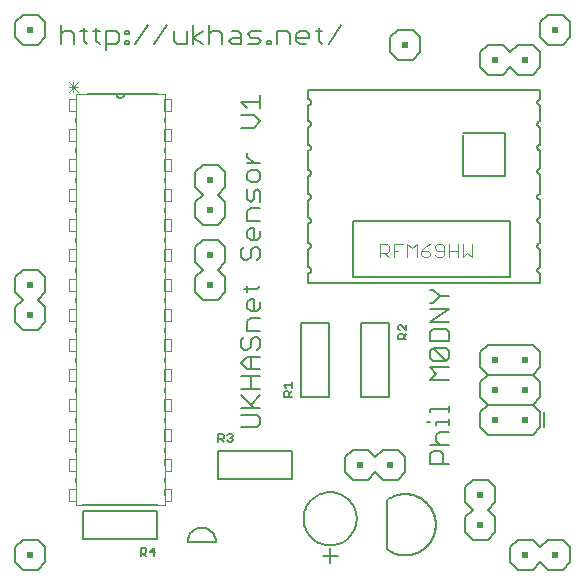
<source format=gto>
G75*
G70*
%OFA0B0*%
%FSLAX24Y24*%
%IPPOS*%
%LPD*%
%AMOC8*
5,1,8,0,0,1.08239X$1,22.5*
%
%ADD10C,0.0060*%
%ADD11C,0.0050*%
%ADD12C,0.0040*%
%ADD13C,0.0080*%
%ADD14R,0.0200X0.0200*%
%ADD15C,0.0030*%
%ADD16C,0.0000*%
D10*
X003420Y003830D02*
X005940Y003830D01*
X006160Y004610D02*
X006160Y004750D01*
X006160Y005610D02*
X006160Y005750D01*
X006160Y006610D02*
X006160Y006750D01*
X006160Y007610D02*
X006160Y007750D01*
X006160Y008610D02*
X006160Y008750D01*
X006160Y009610D02*
X006160Y009750D01*
X006160Y010610D02*
X006160Y010750D01*
X006160Y011610D02*
X006160Y011750D01*
X006160Y012610D02*
X006160Y012750D01*
X006160Y013610D02*
X006160Y013750D01*
X006160Y014610D02*
X006160Y014750D01*
X006160Y015610D02*
X006160Y015750D01*
X006160Y016610D02*
X006160Y016750D01*
X005940Y017530D02*
X004800Y017530D01*
X004560Y017530D01*
X003590Y017530D01*
X003200Y016750D02*
X003200Y016610D01*
X003200Y015750D02*
X003200Y015610D01*
X003200Y014750D02*
X003200Y014610D01*
X003200Y013750D02*
X003200Y013610D01*
X003200Y012750D02*
X003200Y012610D01*
X003200Y011750D02*
X003200Y011610D01*
X003200Y010750D02*
X003200Y010610D01*
X003200Y009750D02*
X003200Y009610D01*
X003200Y008750D02*
X003200Y008610D01*
X003200Y007750D02*
X003200Y007610D01*
X003200Y006750D02*
X003200Y006610D01*
X003200Y005750D02*
X003200Y005610D01*
X003200Y004750D02*
X003200Y004610D01*
X008709Y006430D02*
X009243Y006430D01*
X009350Y006537D01*
X009350Y006751D01*
X009243Y006857D01*
X008709Y006857D01*
X008709Y007075D02*
X009350Y007075D01*
X009136Y007075D02*
X008709Y007502D01*
X008709Y007719D02*
X009350Y007719D01*
X009350Y007502D02*
X009030Y007182D01*
X009030Y007719D02*
X009030Y008146D01*
X009030Y008364D02*
X009030Y008791D01*
X008923Y008791D02*
X009350Y008791D01*
X009243Y009009D02*
X009350Y009115D01*
X009350Y009329D01*
X009243Y009436D01*
X009136Y009436D01*
X009030Y009329D01*
X009030Y009115D01*
X008923Y009009D01*
X008816Y009009D01*
X008709Y009115D01*
X008709Y009329D01*
X008816Y009436D01*
X008923Y009653D02*
X008923Y009973D01*
X009030Y010080D01*
X009350Y010080D01*
X009243Y010298D02*
X009030Y010298D01*
X008923Y010404D01*
X008923Y010618D01*
X009030Y010725D01*
X009136Y010725D01*
X009136Y010298D01*
X009243Y010298D02*
X009350Y010404D01*
X009350Y010618D01*
X009243Y011049D02*
X008816Y011049D01*
X008923Y010942D02*
X008923Y011156D01*
X009243Y011049D02*
X009350Y011156D01*
X009243Y012016D02*
X009350Y012123D01*
X009350Y012337D01*
X009243Y012443D01*
X009136Y012443D01*
X009030Y012337D01*
X009030Y012123D01*
X008923Y012016D01*
X008816Y012016D01*
X008709Y012123D01*
X008709Y012337D01*
X008816Y012443D01*
X009030Y012661D02*
X008923Y012768D01*
X008923Y012981D01*
X009030Y013088D01*
X009136Y013088D01*
X009136Y012661D01*
X009030Y012661D02*
X009243Y012661D01*
X009350Y012768D01*
X009350Y012981D01*
X009350Y013306D02*
X008923Y013306D01*
X008923Y013626D01*
X009030Y013733D01*
X009350Y013733D01*
X009350Y013950D02*
X009350Y014270D01*
X009243Y014377D01*
X009136Y014270D01*
X009136Y014057D01*
X009030Y013950D01*
X008923Y014057D01*
X008923Y014377D01*
X009030Y014595D02*
X008923Y014701D01*
X008923Y014915D01*
X009030Y015022D01*
X009243Y015022D01*
X009350Y014915D01*
X009350Y014701D01*
X009243Y014595D01*
X009030Y014595D01*
X009136Y015239D02*
X008923Y015453D01*
X008923Y015559D01*
X008923Y015239D02*
X009350Y015239D01*
X009136Y016421D02*
X008709Y016421D01*
X008709Y016848D02*
X009136Y016848D01*
X009350Y016634D01*
X009136Y016421D01*
X008923Y017065D02*
X008709Y017279D01*
X009350Y017279D01*
X009350Y017492D02*
X009350Y017065D01*
X009261Y019210D02*
X008941Y019210D01*
X008723Y019210D02*
X008403Y019210D01*
X008296Y019317D01*
X008403Y019424D01*
X008723Y019424D01*
X008723Y019530D02*
X008723Y019210D01*
X008723Y019530D02*
X008616Y019637D01*
X008403Y019637D01*
X008079Y019530D02*
X008079Y019210D01*
X008079Y019530D02*
X007972Y019637D01*
X007758Y019637D01*
X007652Y019530D01*
X007435Y019637D02*
X007114Y019424D01*
X007435Y019210D01*
X007652Y019210D02*
X007652Y019851D01*
X007114Y019851D02*
X007114Y019210D01*
X006897Y019210D02*
X006897Y019637D01*
X006897Y019210D02*
X006577Y019210D01*
X006470Y019317D01*
X006470Y019637D01*
X006252Y019851D02*
X005825Y019210D01*
X005181Y019210D02*
X005608Y019851D01*
X004965Y019637D02*
X004965Y019530D01*
X004858Y019530D01*
X004858Y019637D01*
X004965Y019637D01*
X004965Y019317D02*
X004858Y019317D01*
X004858Y019210D01*
X004965Y019210D01*
X004965Y019317D01*
X004641Y019317D02*
X004534Y019210D01*
X004214Y019210D01*
X004214Y018996D02*
X004214Y019637D01*
X004534Y019637D01*
X004641Y019530D01*
X004641Y019317D01*
X003998Y019210D02*
X003891Y019317D01*
X003891Y019744D01*
X003784Y019637D02*
X003998Y019637D01*
X003568Y019637D02*
X003355Y019637D01*
X003461Y019744D02*
X003461Y019317D01*
X003568Y019210D01*
X003137Y019210D02*
X003137Y019530D01*
X003030Y019637D01*
X002817Y019637D01*
X002710Y019530D01*
X002710Y019210D02*
X002710Y019851D01*
X004560Y017530D02*
X004562Y017509D01*
X004567Y017489D01*
X004576Y017470D01*
X004588Y017453D01*
X004603Y017438D01*
X004620Y017426D01*
X004639Y017417D01*
X004659Y017412D01*
X004680Y017410D01*
X004701Y017412D01*
X004721Y017417D01*
X004740Y017426D01*
X004757Y017438D01*
X004772Y017453D01*
X004784Y017470D01*
X004793Y017489D01*
X004798Y017509D01*
X004800Y017530D01*
X008941Y019530D02*
X009047Y019637D01*
X009368Y019637D01*
X009261Y019424D02*
X009047Y019424D01*
X008941Y019530D01*
X009261Y019424D02*
X009368Y019317D01*
X009261Y019210D01*
X009585Y019210D02*
X009585Y019317D01*
X009692Y019317D01*
X009692Y019210D01*
X009585Y019210D01*
X009907Y019210D02*
X009907Y019637D01*
X010228Y019637D01*
X010335Y019530D01*
X010335Y019210D01*
X010552Y019317D02*
X010552Y019530D01*
X010659Y019637D01*
X010872Y019637D01*
X010979Y019530D01*
X010979Y019424D01*
X010552Y019424D01*
X010552Y019317D02*
X010659Y019210D01*
X010872Y019210D01*
X011303Y019317D02*
X011410Y019210D01*
X011303Y019317D02*
X011303Y019744D01*
X011197Y019637D02*
X011410Y019637D01*
X011626Y019210D02*
X012053Y019851D01*
X015009Y011008D02*
X015116Y011008D01*
X015330Y010795D01*
X015650Y010795D01*
X015330Y010795D02*
X015116Y010581D01*
X015009Y010581D01*
X015009Y010364D02*
X015650Y010364D01*
X015009Y009937D01*
X015650Y009937D01*
X015543Y009719D02*
X015116Y009719D01*
X015009Y009612D01*
X015009Y009292D01*
X015650Y009292D01*
X015650Y009612D01*
X015543Y009719D01*
X015543Y009075D02*
X015116Y009075D01*
X015543Y008648D01*
X015650Y008754D01*
X015650Y008968D01*
X015543Y009075D01*
X015116Y009075D02*
X015009Y008968D01*
X015009Y008754D01*
X015116Y008648D01*
X015543Y008648D01*
X015650Y008430D02*
X015009Y008430D01*
X015223Y008217D01*
X015009Y008003D01*
X015650Y008003D01*
X015650Y007142D02*
X015650Y006929D01*
X015650Y007036D02*
X015009Y007036D01*
X015009Y006929D01*
X015009Y006606D02*
X014903Y006606D01*
X015223Y006606D02*
X015650Y006606D01*
X015650Y006499D02*
X015650Y006713D01*
X015650Y006282D02*
X015330Y006282D01*
X015223Y006175D01*
X015223Y005961D01*
X015330Y005855D01*
X015330Y005637D02*
X015116Y005637D01*
X015009Y005530D01*
X015009Y005210D01*
X015650Y005210D01*
X015436Y005210D02*
X015436Y005530D01*
X015330Y005637D01*
X015650Y005855D02*
X015009Y005855D01*
X015223Y006499D02*
X015223Y006606D01*
X013560Y003990D02*
X013560Y002370D01*
X013560Y003090D02*
X013560Y003250D01*
X013740Y004110D02*
X013798Y004136D01*
X013857Y004157D01*
X013918Y004175D01*
X013979Y004189D01*
X014042Y004199D01*
X014104Y004205D01*
X014168Y004208D01*
X014231Y004207D01*
X014294Y004201D01*
X014356Y004192D01*
X014418Y004179D01*
X014479Y004162D01*
X014539Y004142D01*
X014597Y004118D01*
X014654Y004090D01*
X014709Y004059D01*
X014761Y004024D01*
X014812Y003986D01*
X014860Y003946D01*
X014906Y003902D01*
X014949Y003856D01*
X014989Y003807D01*
X015026Y003755D01*
X015059Y003702D01*
X015090Y003647D01*
X015116Y003589D01*
X015140Y003531D01*
X015159Y003471D01*
X015175Y003409D01*
X015187Y003347D01*
X015195Y003285D01*
X015199Y003222D01*
X015200Y003159D01*
X015196Y003096D01*
X015189Y003033D01*
X015178Y002971D01*
X015162Y002909D01*
X015144Y002849D01*
X015121Y002790D01*
X015095Y002732D01*
X015065Y002677D01*
X015033Y002623D01*
X014996Y002571D01*
X014957Y002522D01*
X014915Y002475D01*
X014870Y002431D01*
X014822Y002389D01*
X014772Y002351D01*
X014719Y002316D01*
X014664Y002284D01*
X014608Y002256D01*
X014550Y002231D01*
X014491Y002210D01*
X014430Y002192D01*
X014368Y002178D01*
X014306Y002168D01*
X014243Y002162D01*
X014180Y002160D01*
X013560Y002370D02*
X013612Y002333D01*
X013665Y002300D01*
X013720Y002269D01*
X013778Y002243D01*
X013836Y002219D01*
X013896Y002200D01*
X013957Y002184D01*
X014019Y002172D01*
X014082Y002164D01*
X014145Y002160D01*
X014208Y002159D01*
X014271Y002163D01*
X014334Y002170D01*
X014396Y002182D01*
X014457Y002197D01*
X014517Y002216D01*
X014576Y002238D01*
X014634Y002264D01*
X014689Y002294D01*
X014743Y002327D01*
X014795Y002363D01*
X014844Y002403D01*
X014891Y002445D01*
X014935Y002490D01*
X014976Y002538D01*
X015014Y002588D01*
X015049Y002641D01*
X015081Y002695D01*
X015109Y002752D01*
X015134Y002810D01*
X015155Y002869D01*
X015172Y002930D01*
X015185Y002992D01*
X015195Y003054D01*
X015201Y003117D01*
X015203Y003180D01*
X015201Y003243D01*
X015195Y003306D01*
X015185Y003368D01*
X015172Y003430D01*
X015155Y003491D01*
X015134Y003550D01*
X015109Y003608D01*
X015081Y003665D01*
X015049Y003719D01*
X015014Y003772D01*
X014976Y003822D01*
X014935Y003870D01*
X014891Y003915D01*
X014844Y003957D01*
X014795Y003997D01*
X014743Y004033D01*
X014689Y004066D01*
X014634Y004096D01*
X014576Y004122D01*
X014517Y004144D01*
X014457Y004163D01*
X014396Y004178D01*
X014334Y004190D01*
X014271Y004197D01*
X014208Y004201D01*
X014145Y004200D01*
X014082Y004196D01*
X014019Y004188D01*
X013957Y004176D01*
X013896Y004160D01*
X013836Y004141D01*
X013778Y004117D01*
X013720Y004091D01*
X013665Y004060D01*
X013612Y004027D01*
X013560Y003990D01*
X013730Y002260D02*
X013784Y002237D01*
X013838Y002217D01*
X013894Y002200D01*
X013950Y002185D01*
X014007Y002174D01*
X014065Y002166D01*
X014122Y002162D01*
X014180Y002160D01*
X011930Y002150D02*
X011430Y002150D01*
X011930Y002150D01*
X011680Y001900D02*
X011680Y002400D01*
X011680Y001900D01*
X011680Y002500D02*
X011622Y002502D01*
X011564Y002508D01*
X011507Y002517D01*
X011451Y002530D01*
X011396Y002547D01*
X011341Y002567D01*
X011289Y002591D01*
X011237Y002619D01*
X011188Y002649D01*
X011141Y002683D01*
X011096Y002720D01*
X011054Y002759D01*
X011015Y002801D01*
X010978Y002846D01*
X010944Y002893D01*
X010914Y002943D01*
X010886Y002994D01*
X010862Y003046D01*
X010842Y003101D01*
X010825Y003156D01*
X010812Y003212D01*
X010803Y003269D01*
X010797Y003327D01*
X010795Y003385D01*
X010797Y003443D01*
X010803Y003501D01*
X010812Y003558D01*
X010825Y003614D01*
X010842Y003669D01*
X010862Y003724D01*
X010886Y003776D01*
X010914Y003828D01*
X010944Y003877D01*
X010978Y003924D01*
X011015Y003969D01*
X011054Y004011D01*
X011096Y004050D01*
X011141Y004087D01*
X011188Y004121D01*
X011238Y004151D01*
X011289Y004179D01*
X011341Y004203D01*
X011396Y004223D01*
X011451Y004240D01*
X011507Y004253D01*
X011564Y004262D01*
X011622Y004268D01*
X011680Y004270D01*
X011738Y004268D01*
X011796Y004262D01*
X011853Y004253D01*
X011909Y004240D01*
X011964Y004223D01*
X012019Y004203D01*
X012071Y004179D01*
X012122Y004151D01*
X012172Y004121D01*
X012219Y004087D01*
X012264Y004050D01*
X012306Y004011D01*
X012345Y003969D01*
X012382Y003924D01*
X012416Y003877D01*
X012446Y003828D01*
X012474Y003776D01*
X012498Y003724D01*
X012518Y003669D01*
X012535Y003614D01*
X012548Y003558D01*
X012557Y003501D01*
X012563Y003443D01*
X012565Y003385D01*
X012563Y003327D01*
X012557Y003269D01*
X012548Y003212D01*
X012535Y003156D01*
X012518Y003101D01*
X012498Y003046D01*
X012474Y002994D01*
X012446Y002943D01*
X012416Y002893D01*
X012382Y002846D01*
X012345Y002801D01*
X012306Y002759D01*
X012264Y002720D01*
X012219Y002683D01*
X012172Y002649D01*
X012123Y002619D01*
X012071Y002591D01*
X012019Y002567D01*
X011964Y002547D01*
X011909Y002530D01*
X011853Y002517D01*
X011796Y002508D01*
X011738Y002502D01*
X011680Y002500D01*
X011622Y002502D01*
X011564Y002508D01*
X011507Y002517D01*
X011451Y002530D01*
X011396Y002547D01*
X011341Y002567D01*
X011289Y002591D01*
X011237Y002619D01*
X011188Y002649D01*
X011141Y002683D01*
X011096Y002720D01*
X011054Y002759D01*
X011015Y002801D01*
X010978Y002846D01*
X010944Y002893D01*
X010914Y002943D01*
X010886Y002994D01*
X010862Y003046D01*
X010842Y003101D01*
X010825Y003156D01*
X010812Y003212D01*
X010803Y003269D01*
X010797Y003327D01*
X010795Y003385D01*
X010797Y003443D01*
X010803Y003501D01*
X010812Y003558D01*
X010825Y003614D01*
X010842Y003669D01*
X010862Y003724D01*
X010886Y003776D01*
X010914Y003828D01*
X010944Y003877D01*
X010978Y003924D01*
X011015Y003969D01*
X011054Y004011D01*
X011096Y004050D01*
X011141Y004087D01*
X011188Y004121D01*
X011238Y004151D01*
X011289Y004179D01*
X011341Y004203D01*
X011396Y004223D01*
X011451Y004240D01*
X011507Y004253D01*
X011564Y004262D01*
X011622Y004268D01*
X011680Y004270D01*
X011738Y004268D01*
X011796Y004262D01*
X011853Y004253D01*
X011909Y004240D01*
X011964Y004223D01*
X012019Y004203D01*
X012071Y004179D01*
X012122Y004151D01*
X012172Y004121D01*
X012219Y004087D01*
X012264Y004050D01*
X012306Y004011D01*
X012345Y003969D01*
X012382Y003924D01*
X012416Y003877D01*
X012446Y003828D01*
X012474Y003776D01*
X012498Y003724D01*
X012518Y003669D01*
X012535Y003614D01*
X012548Y003558D01*
X012557Y003501D01*
X012563Y003443D01*
X012565Y003385D01*
X012563Y003327D01*
X012557Y003269D01*
X012548Y003212D01*
X012535Y003156D01*
X012518Y003101D01*
X012498Y003046D01*
X012474Y002994D01*
X012446Y002943D01*
X012416Y002893D01*
X012382Y002846D01*
X012345Y002801D01*
X012306Y002759D01*
X012264Y002720D01*
X012219Y002683D01*
X012172Y002649D01*
X012123Y002619D01*
X012071Y002591D01*
X012019Y002567D01*
X011964Y002547D01*
X011909Y002530D01*
X011853Y002517D01*
X011796Y002508D01*
X011738Y002502D01*
X011680Y002500D01*
X009350Y008146D02*
X008709Y008146D01*
X008923Y008364D02*
X008709Y008578D01*
X008923Y008791D01*
X008923Y008364D02*
X009350Y008364D01*
X009350Y009653D02*
X008923Y009653D01*
D11*
X010405Y007930D02*
X010405Y007750D01*
X010405Y007840D02*
X010135Y007840D01*
X010225Y007750D01*
X010180Y007635D02*
X010270Y007635D01*
X010315Y007590D01*
X010315Y007455D01*
X010405Y007455D02*
X010135Y007455D01*
X010135Y007590D01*
X010180Y007635D01*
X010315Y007545D02*
X010405Y007635D01*
X008430Y006180D02*
X008430Y006135D01*
X008385Y006090D01*
X008430Y006045D01*
X008430Y006000D01*
X008385Y005955D01*
X008295Y005955D01*
X008250Y006000D01*
X008135Y005955D02*
X008045Y006045D01*
X008090Y006045D02*
X007955Y006045D01*
X007955Y005955D02*
X007955Y006225D01*
X008090Y006225D01*
X008135Y006180D01*
X008135Y006090D01*
X008090Y006045D01*
X008250Y006180D02*
X008295Y006225D01*
X008385Y006225D01*
X008430Y006180D01*
X008385Y006090D02*
X008340Y006090D01*
X007868Y002618D02*
X006930Y002618D01*
X006932Y002660D01*
X006938Y002702D01*
X006947Y002743D01*
X006960Y002783D01*
X006976Y002821D01*
X006996Y002859D01*
X007020Y002894D01*
X007046Y002927D01*
X007075Y002957D01*
X007107Y002985D01*
X007141Y003009D01*
X007177Y003031D01*
X007215Y003049D01*
X007254Y003064D01*
X007295Y003075D01*
X007336Y003083D01*
X007378Y003087D01*
X007420Y003087D01*
X007462Y003083D01*
X007503Y003075D01*
X007544Y003064D01*
X007583Y003049D01*
X007621Y003031D01*
X007657Y003009D01*
X007691Y002985D01*
X007723Y002957D01*
X007752Y002927D01*
X007778Y002894D01*
X007802Y002859D01*
X007822Y002821D01*
X007838Y002783D01*
X007851Y002743D01*
X007860Y002702D01*
X007866Y002660D01*
X007868Y002618D01*
X005841Y002270D02*
X005660Y002270D01*
X005795Y002405D01*
X005795Y002135D01*
X005546Y002135D02*
X005456Y002225D01*
X005501Y002225D02*
X005366Y002225D01*
X005366Y002135D02*
X005366Y002405D01*
X005501Y002405D01*
X005546Y002360D01*
X005546Y002270D01*
X005501Y002225D01*
X013955Y009366D02*
X013955Y009501D01*
X014000Y009546D01*
X014090Y009546D01*
X014135Y009501D01*
X014135Y009366D01*
X014135Y009456D02*
X014225Y009546D01*
X014225Y009660D02*
X014045Y009841D01*
X014000Y009841D01*
X013955Y009795D01*
X013955Y009705D01*
X014000Y009660D01*
X014225Y009660D02*
X014225Y009841D01*
X014225Y009366D02*
X013955Y009366D01*
X012430Y011430D02*
X017680Y011430D01*
X017680Y013305D01*
X012430Y013305D01*
X012430Y011430D01*
X010943Y011570D02*
X010943Y011256D01*
X018680Y011256D01*
X018680Y011570D01*
X018662Y011572D01*
X018645Y011577D01*
X018628Y011585D01*
X018614Y011596D01*
X018602Y011609D01*
X018592Y011624D01*
X018586Y011641D01*
X018582Y011659D01*
X018582Y011677D01*
X018586Y011695D01*
X018592Y011712D01*
X018602Y011727D01*
X018614Y011740D01*
X018628Y011751D01*
X018645Y011759D01*
X018662Y011764D01*
X018680Y011766D01*
X018680Y011767D02*
X018680Y012382D01*
X018680Y012383D02*
X018662Y012385D01*
X018645Y012390D01*
X018628Y012398D01*
X018614Y012409D01*
X018602Y012422D01*
X018592Y012437D01*
X018586Y012454D01*
X018582Y012472D01*
X018582Y012490D01*
X018586Y012508D01*
X018592Y012525D01*
X018602Y012540D01*
X018614Y012553D01*
X018628Y012564D01*
X018645Y012572D01*
X018662Y012577D01*
X018680Y012579D01*
X018680Y013232D01*
X018680Y013233D02*
X018662Y013235D01*
X018645Y013240D01*
X018628Y013248D01*
X018614Y013259D01*
X018602Y013272D01*
X018592Y013287D01*
X018586Y013304D01*
X018582Y013322D01*
X018582Y013340D01*
X018586Y013358D01*
X018592Y013375D01*
X018602Y013390D01*
X018614Y013403D01*
X018628Y013414D01*
X018645Y013422D01*
X018662Y013427D01*
X018680Y013429D01*
X018680Y014020D01*
X018662Y014022D01*
X018645Y014027D01*
X018628Y014035D01*
X018614Y014046D01*
X018602Y014059D01*
X018592Y014074D01*
X018586Y014091D01*
X018582Y014109D01*
X018582Y014127D01*
X018586Y014145D01*
X018592Y014162D01*
X018602Y014177D01*
X018614Y014190D01*
X018628Y014201D01*
X018645Y014209D01*
X018662Y014214D01*
X018680Y014216D01*
X018680Y014869D01*
X018680Y014870D02*
X018662Y014872D01*
X018645Y014877D01*
X018628Y014885D01*
X018614Y014896D01*
X018602Y014909D01*
X018592Y014924D01*
X018586Y014941D01*
X018582Y014959D01*
X018582Y014977D01*
X018586Y014995D01*
X018592Y015012D01*
X018602Y015027D01*
X018614Y015040D01*
X018628Y015051D01*
X018645Y015059D01*
X018662Y015064D01*
X018680Y015066D01*
X018680Y015657D01*
X018662Y015659D01*
X018645Y015664D01*
X018628Y015672D01*
X018614Y015683D01*
X018602Y015696D01*
X018592Y015711D01*
X018586Y015728D01*
X018582Y015746D01*
X018582Y015764D01*
X018586Y015782D01*
X018592Y015799D01*
X018602Y015814D01*
X018614Y015827D01*
X018628Y015838D01*
X018645Y015846D01*
X018662Y015851D01*
X018680Y015853D01*
X018680Y015854D02*
X018680Y016444D01*
X018680Y016445D02*
X018662Y016447D01*
X018645Y016452D01*
X018628Y016460D01*
X018614Y016471D01*
X018602Y016484D01*
X018592Y016499D01*
X018586Y016516D01*
X018582Y016534D01*
X018582Y016552D01*
X018586Y016570D01*
X018592Y016587D01*
X018602Y016602D01*
X018614Y016615D01*
X018628Y016626D01*
X018645Y016634D01*
X018662Y016639D01*
X018680Y016641D01*
X018680Y017169D01*
X018680Y017170D02*
X018662Y017172D01*
X018645Y017177D01*
X018628Y017185D01*
X018614Y017196D01*
X018602Y017209D01*
X018592Y017224D01*
X018586Y017241D01*
X018582Y017259D01*
X018582Y017277D01*
X018586Y017295D01*
X018592Y017312D01*
X018602Y017327D01*
X018614Y017340D01*
X018628Y017351D01*
X018645Y017359D01*
X018662Y017364D01*
X018680Y017366D01*
X018680Y017680D01*
X010943Y017680D01*
X010943Y017366D01*
X010961Y017364D01*
X010978Y017359D01*
X010995Y017351D01*
X011009Y017340D01*
X011021Y017327D01*
X011031Y017312D01*
X011037Y017295D01*
X011041Y017277D01*
X011041Y017259D01*
X011037Y017241D01*
X011031Y017224D01*
X011021Y017209D01*
X011009Y017196D01*
X010995Y017185D01*
X010978Y017177D01*
X010961Y017172D01*
X010943Y017170D01*
X010943Y017169D02*
X010943Y016641D01*
X010961Y016639D01*
X010978Y016634D01*
X010995Y016626D01*
X011009Y016615D01*
X011021Y016602D01*
X011031Y016587D01*
X011037Y016570D01*
X011041Y016552D01*
X011041Y016534D01*
X011037Y016516D01*
X011031Y016499D01*
X011021Y016484D01*
X011009Y016471D01*
X010995Y016460D01*
X010978Y016452D01*
X010961Y016447D01*
X010943Y016445D01*
X010943Y016444D02*
X010943Y015854D01*
X010943Y015853D02*
X010961Y015851D01*
X010978Y015846D01*
X010995Y015838D01*
X011009Y015827D01*
X011021Y015814D01*
X011031Y015799D01*
X011037Y015782D01*
X011041Y015764D01*
X011041Y015746D01*
X011037Y015728D01*
X011031Y015711D01*
X011021Y015696D01*
X011009Y015683D01*
X010995Y015672D01*
X010978Y015664D01*
X010961Y015659D01*
X010943Y015657D01*
X010943Y015004D01*
X010943Y015003D02*
X010961Y015001D01*
X010978Y014996D01*
X010995Y014988D01*
X011009Y014977D01*
X011021Y014964D01*
X011031Y014949D01*
X011037Y014932D01*
X011041Y014914D01*
X011041Y014896D01*
X011037Y014878D01*
X011031Y014861D01*
X011021Y014846D01*
X011009Y014833D01*
X010995Y014822D01*
X010978Y014814D01*
X010961Y014809D01*
X010943Y014807D01*
X010943Y014216D01*
X010961Y014214D01*
X010978Y014209D01*
X010995Y014201D01*
X011009Y014190D01*
X011021Y014177D01*
X011031Y014162D01*
X011037Y014145D01*
X011041Y014127D01*
X011041Y014109D01*
X011037Y014091D01*
X011031Y014074D01*
X011021Y014059D01*
X011009Y014046D01*
X010995Y014035D01*
X010978Y014027D01*
X010961Y014022D01*
X010943Y014020D01*
X010943Y013429D01*
X010961Y013427D01*
X010978Y013422D01*
X010995Y013414D01*
X011009Y013403D01*
X011021Y013390D01*
X011031Y013375D01*
X011037Y013358D01*
X011041Y013340D01*
X011041Y013322D01*
X011037Y013304D01*
X011031Y013287D01*
X011021Y013272D01*
X011009Y013259D01*
X010995Y013248D01*
X010978Y013240D01*
X010961Y013235D01*
X010943Y013233D01*
X010943Y013232D02*
X010943Y012579D01*
X010961Y012577D01*
X010978Y012572D01*
X010995Y012564D01*
X011009Y012553D01*
X011021Y012540D01*
X011031Y012525D01*
X011037Y012508D01*
X011041Y012490D01*
X011041Y012472D01*
X011037Y012454D01*
X011031Y012437D01*
X011021Y012422D01*
X011009Y012409D01*
X010995Y012398D01*
X010978Y012390D01*
X010961Y012385D01*
X010943Y012383D01*
X010943Y012382D02*
X010943Y011767D01*
X010943Y011766D02*
X010961Y011764D01*
X010978Y011759D01*
X010995Y011751D01*
X011009Y011740D01*
X011021Y011727D01*
X011031Y011712D01*
X011037Y011695D01*
X011041Y011677D01*
X011041Y011659D01*
X011037Y011641D01*
X011031Y011624D01*
X011021Y011609D01*
X011009Y011596D01*
X010995Y011585D01*
X010978Y011577D01*
X010961Y011572D01*
X010943Y011570D01*
X016118Y014805D02*
X017493Y014805D01*
X017493Y016243D01*
X016118Y016243D01*
X016118Y016180D02*
X016118Y014805D01*
D12*
X016098Y012555D02*
X016098Y012094D01*
X016251Y012248D01*
X016405Y012094D01*
X016405Y012555D01*
X015944Y012555D02*
X015944Y012094D01*
X015944Y012324D02*
X015637Y012324D01*
X015484Y012324D02*
X015254Y012324D01*
X015177Y012401D01*
X015177Y012478D01*
X015254Y012555D01*
X015407Y012555D01*
X015484Y012478D01*
X015484Y012171D01*
X015407Y012094D01*
X015254Y012094D01*
X015177Y012171D01*
X015024Y012171D02*
X015024Y012248D01*
X014947Y012324D01*
X014717Y012324D01*
X014717Y012171D01*
X014793Y012094D01*
X014947Y012094D01*
X015024Y012171D01*
X014870Y012478D02*
X014717Y012324D01*
X014870Y012478D02*
X015024Y012555D01*
X014563Y012555D02*
X014563Y012094D01*
X014256Y012094D02*
X014256Y012555D01*
X014410Y012401D01*
X014563Y012555D01*
X014103Y012555D02*
X013796Y012555D01*
X013796Y012094D01*
X013642Y012094D02*
X013489Y012248D01*
X013566Y012248D02*
X013336Y012248D01*
X013336Y012094D02*
X013336Y012555D01*
X013566Y012555D01*
X013642Y012478D01*
X013642Y012324D01*
X013566Y012248D01*
X013796Y012324D02*
X013949Y012324D01*
X015637Y012094D02*
X015637Y012555D01*
D13*
X001930Y001680D02*
X001430Y001680D01*
X001180Y001930D01*
X001180Y002430D01*
X001430Y002680D01*
X001930Y002680D01*
X002180Y002430D01*
X002180Y001930D01*
X001930Y001680D01*
X003440Y002708D02*
X003440Y003652D01*
X005920Y003652D01*
X005920Y002708D01*
X003440Y002708D01*
X007940Y004708D02*
X010420Y004708D01*
X010420Y005652D01*
X007940Y005652D01*
X007940Y004708D01*
X010708Y007440D02*
X010708Y009920D01*
X011652Y009920D01*
X011652Y007440D01*
X010708Y007440D01*
X012430Y005680D02*
X012930Y005680D01*
X013180Y005430D01*
X013430Y005680D01*
X013930Y005680D01*
X014180Y005430D01*
X014180Y004930D01*
X013930Y004680D01*
X013430Y004680D01*
X013180Y004930D01*
X012930Y004680D01*
X012430Y004680D01*
X012180Y004930D01*
X012180Y005430D01*
X012430Y005680D01*
X012708Y007440D02*
X012708Y009920D01*
X013652Y009920D01*
X013652Y007440D01*
X012708Y007440D01*
X016180Y004430D02*
X016180Y003930D01*
X016430Y003680D01*
X016180Y003430D01*
X016180Y002930D01*
X016430Y002680D01*
X016930Y002680D01*
X017180Y002930D01*
X017180Y003430D01*
X016930Y003680D01*
X017180Y003930D01*
X017180Y004430D01*
X016930Y004680D01*
X016430Y004680D01*
X016180Y004430D01*
X016930Y006180D02*
X016680Y006430D01*
X016680Y006930D01*
X016930Y007180D01*
X018430Y007180D01*
X018680Y007430D01*
X018680Y007930D01*
X018430Y008180D01*
X016930Y008180D01*
X016680Y008430D01*
X016680Y008930D01*
X016930Y009180D01*
X018430Y009180D01*
X018680Y008930D01*
X018680Y008430D01*
X018430Y008180D01*
X018430Y007180D02*
X018680Y006930D01*
X018680Y006430D01*
X018430Y006180D01*
X016930Y006180D01*
X016930Y007180D02*
X016680Y007430D01*
X016680Y007930D01*
X016930Y008180D01*
X018812Y006930D02*
X018812Y006430D01*
X018930Y002680D02*
X019430Y002680D01*
X019680Y002430D01*
X019680Y001930D01*
X019430Y001680D01*
X018930Y001680D01*
X018680Y001930D01*
X018430Y001680D01*
X017930Y001680D01*
X017680Y001930D01*
X017680Y002430D01*
X017930Y002680D01*
X018430Y002680D01*
X018680Y002430D01*
X018930Y002680D01*
X008180Y010930D02*
X007930Y010680D01*
X007430Y010680D01*
X007180Y010930D01*
X007180Y011430D01*
X007430Y011680D01*
X007180Y011930D01*
X007180Y012430D01*
X007430Y012680D01*
X007930Y012680D01*
X008180Y012430D01*
X008180Y011930D01*
X007930Y011680D01*
X008180Y011430D01*
X008180Y010930D01*
X007930Y013180D02*
X007430Y013180D01*
X007180Y013430D01*
X007180Y013930D01*
X007430Y014180D01*
X007180Y014430D01*
X007180Y014930D01*
X007430Y015180D01*
X007930Y015180D01*
X008180Y014930D01*
X008180Y014430D01*
X007930Y014180D01*
X008180Y013930D01*
X008180Y013430D01*
X007930Y013180D01*
X002180Y011430D02*
X002180Y010930D01*
X001930Y010680D01*
X002180Y010430D01*
X002180Y009930D01*
X001930Y009680D01*
X001430Y009680D01*
X001180Y009930D01*
X001180Y010430D01*
X001430Y010680D01*
X001180Y010930D01*
X001180Y011430D01*
X001430Y011680D01*
X001930Y011680D01*
X002180Y011430D01*
X001930Y019180D02*
X001430Y019180D01*
X001180Y019430D01*
X001180Y019930D01*
X001430Y020180D01*
X001930Y020180D01*
X002180Y019930D01*
X002180Y019430D01*
X001930Y019180D01*
X013680Y018930D02*
X013930Y018680D01*
X014430Y018680D01*
X014680Y018930D01*
X014680Y019430D01*
X014430Y019680D01*
X013930Y019680D01*
X013680Y019430D01*
X013680Y018930D01*
X016680Y018930D02*
X016680Y018430D01*
X016930Y018180D01*
X017430Y018180D01*
X017680Y018430D01*
X017930Y018180D01*
X018430Y018180D01*
X018680Y018430D01*
X018680Y018930D01*
X018430Y019180D01*
X017930Y019180D01*
X017680Y018930D01*
X017430Y019180D01*
X016930Y019180D01*
X016680Y018930D01*
X018680Y019430D02*
X018930Y019180D01*
X019430Y019180D01*
X019680Y019430D01*
X019680Y019930D01*
X019430Y020180D01*
X018930Y020180D01*
X018680Y019930D01*
X018680Y019430D01*
D14*
X019180Y019680D03*
X018180Y018680D03*
X017180Y018680D03*
X014180Y019180D03*
X007680Y014680D03*
X007680Y013680D03*
X007680Y012180D03*
X007680Y011180D03*
X001680Y011180D03*
X001680Y010180D03*
X001680Y002180D03*
X012680Y005180D03*
X013680Y005180D03*
X016680Y004180D03*
X016680Y003180D03*
X018180Y002180D03*
X019180Y002180D03*
X018180Y006680D03*
X018180Y007680D03*
X018180Y008680D03*
X017180Y008680D03*
X017180Y007680D03*
X017180Y006680D03*
X001680Y019680D03*
D15*
X002965Y017927D02*
X003279Y017613D01*
X002965Y017927D01*
X002965Y017770D02*
X003279Y017770D01*
X002965Y017770D01*
X002965Y017613D02*
X003279Y017927D01*
X002965Y017613D01*
X003122Y017613D02*
X003122Y017927D01*
X003122Y017613D01*
D16*
X003200Y017530D02*
X003200Y003830D01*
X006160Y003830D01*
X006160Y017530D01*
X004800Y017530D01*
X004560Y017530D01*
X003200Y017530D01*
X003200Y017380D02*
X002980Y017380D01*
X002980Y016980D01*
X003200Y016980D01*
X003200Y017380D01*
X003200Y016380D02*
X002980Y016380D01*
X002980Y015980D01*
X003200Y015980D01*
X003200Y016380D01*
X003200Y015380D02*
X002980Y015380D01*
X002980Y014980D01*
X003200Y014980D01*
X003200Y015380D01*
X003200Y014380D02*
X002980Y014380D01*
X002980Y013980D01*
X003200Y013980D01*
X003200Y014380D01*
X003200Y013380D02*
X002980Y013380D01*
X002980Y012980D01*
X003200Y012980D01*
X003200Y013380D01*
X003200Y012380D02*
X002980Y012380D01*
X002980Y011980D01*
X003200Y011980D01*
X003200Y012380D01*
X003200Y011380D02*
X002980Y011380D01*
X002980Y010980D01*
X003200Y010980D01*
X003200Y011380D01*
X003200Y010380D02*
X002980Y010380D01*
X002980Y009980D01*
X003200Y009980D01*
X003200Y010380D01*
X003200Y009380D02*
X002980Y009380D01*
X002990Y008980D01*
X003210Y008980D01*
X003200Y009380D01*
X003210Y008380D02*
X002990Y008380D01*
X002990Y007980D01*
X003210Y007980D01*
X003210Y008380D01*
X003210Y007380D02*
X002990Y007380D01*
X002990Y006980D01*
X003210Y006980D01*
X003210Y007380D01*
X003210Y006380D02*
X002990Y006380D01*
X002990Y005980D01*
X003210Y005980D01*
X003210Y006380D01*
X003210Y005380D02*
X002990Y005380D01*
X002990Y004980D01*
X003210Y004980D01*
X003210Y005380D01*
X003210Y004380D02*
X002990Y004370D01*
X002990Y003980D01*
X003210Y003980D01*
X003210Y004380D01*
X006150Y004380D02*
X006160Y003980D01*
X006380Y003980D01*
X006370Y004380D01*
X006150Y004380D01*
X006160Y004980D02*
X006380Y004980D01*
X006370Y005380D01*
X006150Y005380D01*
X006160Y004980D01*
X006150Y005980D02*
X006370Y005980D01*
X006370Y006380D01*
X006150Y006380D01*
X006150Y005980D01*
X006150Y006980D02*
X006370Y006980D01*
X006370Y007380D01*
X006150Y007380D01*
X006150Y006980D01*
X006150Y007980D02*
X006370Y007980D01*
X006370Y008380D01*
X006150Y008380D01*
X006150Y007980D01*
X006150Y008980D02*
X006370Y008980D01*
X006370Y009380D01*
X006150Y009380D01*
X006150Y008980D01*
X006150Y009980D02*
X006370Y009980D01*
X006370Y010380D01*
X006150Y010380D01*
X006150Y009980D01*
X006150Y010980D02*
X006370Y010980D01*
X006370Y011380D01*
X006150Y011380D01*
X006150Y010980D01*
X006150Y011980D02*
X006370Y011980D01*
X006370Y012380D01*
X006150Y012380D01*
X006150Y011980D01*
X006150Y012980D02*
X006370Y012980D01*
X006370Y013380D01*
X006150Y013380D01*
X006150Y012980D01*
X006150Y013980D02*
X006370Y013980D01*
X006370Y014380D01*
X006150Y014380D01*
X006150Y013980D01*
X006150Y014980D02*
X006370Y014980D01*
X006370Y015380D01*
X006150Y015380D01*
X006150Y014980D01*
X006150Y015980D02*
X006370Y015980D01*
X006370Y016380D01*
X006150Y016380D01*
X006150Y015980D01*
X006150Y016980D02*
X006370Y016980D01*
X006370Y017380D01*
X006150Y017380D01*
X006150Y016980D01*
X004800Y017530D02*
X004798Y017509D01*
X004793Y017489D01*
X004784Y017470D01*
X004772Y017453D01*
X004757Y017438D01*
X004740Y017426D01*
X004721Y017417D01*
X004701Y017412D01*
X004680Y017410D01*
X004659Y017412D01*
X004639Y017417D01*
X004620Y017426D01*
X004603Y017438D01*
X004588Y017453D01*
X004576Y017470D01*
X004567Y017489D01*
X004562Y017509D01*
X004560Y017530D01*
M02*

</source>
